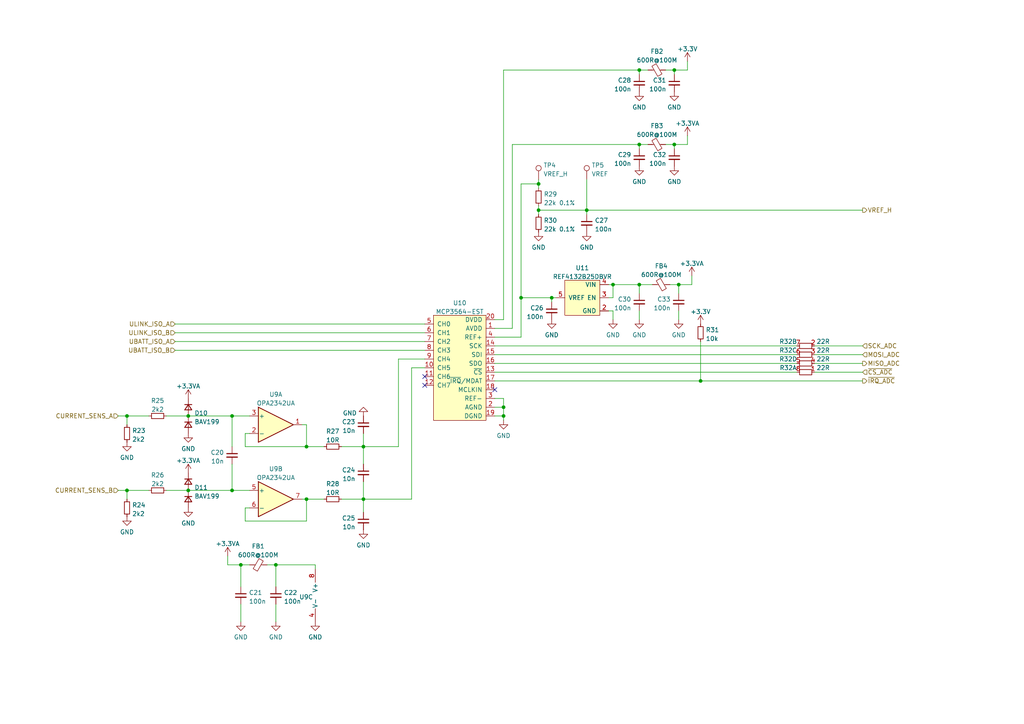
<source format=kicad_sch>
(kicad_sch (version 20211123) (generator eeschema)
  (paper "A4")
  (title_block (title "SPR23e Battery Management Unit (BMU)") (date "2023-03-25") (rev "B") (company "Scuderia Mensa HS RheinMain racing e.V.") (comment 1 "Author: Luca Engelmann") (comment 2 "Car number: 65"))
  (lib_symbols
    (symbol "+3.3VA_1" (power) (pin_names (offset 0))
      (property "Value" "+3.3VA_1" (at 0 3.556 0))
      (symbol "+3.3VA_1_0_1"
        (polyline (pts (xy -0.762 1.27) (xy 0 2.54)))
        (polyline (pts (xy 0 0) (xy 0 2.54)))
        (polyline (pts (xy 0 2.54) (xy 0.762 1.27)))
      )
      (symbol "+3.3VA_1_1_1"
        (pin power_in line (at 0 0 90) (length 0) hide (name "+3.3VA") (number "1"))
      )
    )
    (symbol "+3.3VA_2" (power) (pin_names (offset 0))
      (property "Value" "+3.3VA_2" (at 0 3.556 0))
      (symbol "+3.3VA_2_0_1"
        (polyline (pts (xy -0.762 1.27) (xy 0 2.54)))
        (polyline (pts (xy 0 0) (xy 0 2.54)))
        (polyline (pts (xy 0 2.54) (xy 0.762 1.27)))
      )
      (symbol "+3.3VA_2_1_1"
        (pin power_in line (at 0 0 90) (length 0) hide (name "+3.3VA") (number "1"))
      )
    )
    (symbol "+3.3V_1" (power) (pin_names (offset 0))
      (property "Value" "+3.3V_1" (at 0 3.556 0))
      (symbol "+3.3V_1_0_1"
        (polyline (pts (xy -0.762 1.27) (xy 0 2.54)))
        (polyline (pts (xy 0 0) (xy 0 2.54)))
        (polyline (pts (xy 0 2.54) (xy 0.762 1.27)))
      )
      (symbol "+3.3V_1_1_1"
        (pin power_in line (at 0 0 90) (length 0) hide (name "+3.3V") (number "1"))
      )
    )
    (symbol "Amplifier_Operational:OPA2340" (pin_names (offset 0.127))
      (property "Reference" "U" (at 0 5.08 0))
      (property "Value" "OPA2340" (at 0 -5.08 0))
      (symbol "OPA2340_1_1"
        (polyline (pts (xy -5.08 5.08) (xy 5.08 0) (xy -5.08 -5.08) (xy -5.08 5.08)) (stroke (width 0.254)) (fill (type background)))
        (pin output line (at 7.62 0 180) (length 2.54) (name "~") (number "1"))
        (pin input line (at -7.62 -2.54 0) (length 2.54) (name "-") (number "2"))
        (pin input line (at -7.62 2.54 0) (length 2.54) (name "+") (number "3"))
      )
      (symbol "OPA2340_2_1"
        (polyline (pts (xy -5.08 5.08) (xy 5.08 0) (xy -5.08 -5.08) (xy -5.08 5.08)) (stroke (width 0.254)) (fill (type background)))
        (pin input line (at -7.62 2.54 0) (length 2.54) (name "+") (number "5"))
        (pin input line (at -7.62 -2.54 0) (length 2.54) (name "-") (number "6"))
        (pin output line (at 7.62 0 180) (length 2.54) (name "~") (number "7"))
      )
      (symbol "OPA2340_3_1"
        (pin power_in line (at -2.54 -7.62 90) (length 3.81) (name "V-") (number "4"))
        (pin power_in line (at -2.54 7.62 270) (length 3.81) (name "V+") (number "8"))
      )
    )
    (symbol "Connector:TestPoint" (pin_numbers hide) (pin_names (offset 0.762) hide)
      (property "Reference" "TP" (at 0 6.858 0))
      (property "Value" "TestPoint" (at 0 5.08 0))
      (symbol "TestPoint_0_1"
        (circle (center 0 3.302) (radius 0.762))
      )
      (symbol "TestPoint_1_1"
        (pin passive line (at 0 0 90) (length 2.54) (name "1") (number "1"))
      )
    )
    (symbol "Device:C_Small" (pin_numbers hide) (pin_names (offset 0.254) hide)
      (property "Reference" "C" (at 0.254 1.778 0))
      (property "Value" "C_Small" (at 0.254 -2.032 0))
      (symbol "C_Small_0_1"
        (polyline (pts (xy -1.524 -0.508) (xy 1.524 -0.508)) (stroke (width 0.3302)))
        (polyline (pts (xy -1.524 0.508) (xy 1.524 0.508)) (stroke (width 0.3048)))
      )
      (symbol "C_Small_1_1"
        (pin passive line (at 0 2.54 270) (length 2.032) (name "~") (number "1"))
        (pin passive line (at 0 -2.54 90) (length 2.032) (name "~") (number "2"))
      )
    )
    (symbol "Device:FerriteBead_Small" (pin_numbers hide) (pin_names (offset 0))
      (property "Reference" "FB" (at 1.905 1.27 0))
      (property "Value" "FerriteBead_Small" (at 1.905 -1.27 0))
      (symbol "FerriteBead_Small_0_1"
        (polyline (pts (xy 0 -1.27) (xy 0 -0.7874)))
        (polyline (pts (xy 0 0.889) (xy 0 1.2954)))
        (polyline (pts (xy -1.8288 0.2794) (xy -1.1176 1.4986) (xy 1.8288 -0.2032) (xy 1.1176 -1.4224) (xy -1.8288 0.2794)))
      )
      (symbol "FerriteBead_Small_1_1"
        (pin passive line (at 0 2.54 270) (length 1.27) (name "~") (number "1"))
        (pin passive line (at 0 -2.54 90) (length 1.27) (name "~") (number "2"))
      )
    )
    (symbol "Device:R_Small" (pin_numbers hide) (pin_names (offset 0.254) hide)
      (property "Reference" "R" (at 0.762 0.508 0))
      (property "Value" "R_Small" (at 0.762 -1.016 0))
      (symbol "R_Small_0_1"
        (rectangle (start -0.762 1.778) (end 0.762 -1.778) (stroke (width 0.2032)))
      )
      (symbol "R_Small_1_1"
        (pin passive line (at 0 2.54 270) (length 0.762) (name "~") (number "1"))
        (pin passive line (at 0 -2.54 90) (length 0.762) (name "~") (number "2"))
      )
    )
    (symbol "GND_1" (power) (pin_names (offset 0))
      (property "Value" "GND_1" (at 0 -3.81 0))
      (symbol "GND_1_0_1"
        (polyline (pts (xy 0 0) (xy 0 -1.27) (xy 1.27 -1.27) (xy 0 -2.54) (xy -1.27 -1.27) (xy 0 -1.27)))
      )
      (symbol "GND_1_1_1"
        (pin power_in line (at 0 0 270) (length 0) hide (name "GND") (number "1"))
      )
    )
    (symbol "GND_10" (power) (pin_names (offset 0))
      (property "Value" "GND_10" (at 0 -3.81 0))
      (symbol "GND_10_0_1"
        (polyline (pts (xy 0 0) (xy 0 -1.27) (xy 1.27 -1.27) (xy 0 -2.54) (xy -1.27 -1.27) (xy 0 -1.27)))
      )
      (symbol "GND_10_1_1"
        (pin power_in line (at 0 0 270) (length 0) hide (name "GND") (number "1"))
      )
    )
    (symbol "GND_11" (power) (pin_names (offset 0))
      (property "Value" "GND_11" (at 0 -3.81 0))
      (symbol "GND_11_0_1"
        (polyline (pts (xy 0 0) (xy 0 -1.27) (xy 1.27 -1.27) (xy 0 -2.54) (xy -1.27 -1.27) (xy 0 -1.27)))
      )
      (symbol "GND_11_1_1"
        (pin power_in line (at 0 0 270) (length 0) hide (name "GND") (number "1"))
      )
    )
    (symbol "GND_12" (power) (pin_names (offset 0))
      (property "Value" "GND_12" (at 0 -3.81 0))
      (symbol "GND_12_0_1"
        (polyline (pts (xy 0 0) (xy 0 -1.27) (xy 1.27 -1.27) (xy 0 -2.54) (xy -1.27 -1.27) (xy 0 -1.27)))
      )
      (symbol "GND_12_1_1"
        (pin power_in line (at 0 0 270) (length 0) hide (name "GND") (number "1"))
      )
    )
    (symbol "GND_13" (power) (pin_names (offset 0))
      (property "Value" "GND_13" (at 0 -3.81 0))
      (symbol "GND_13_0_1"
        (polyline (pts (xy 0 0) (xy 0 -1.27) (xy 1.27 -1.27) (xy 0 -2.54) (xy -1.27 -1.27) (xy 0 -1.27)))
      )
      (symbol "GND_13_1_1"
        (pin power_in line (at 0 0 270) (length 0) hide (name "GND") (number "1"))
      )
    )
    (symbol "GND_14" (power) (pin_names (offset 0))
      (property "Value" "GND_14" (at 0 -3.81 0))
      (symbol "GND_14_0_1"
        (polyline (pts (xy 0 0) (xy 0 -1.27) (xy 1.27 -1.27) (xy 0 -2.54) (xy -1.27 -1.27) (xy 0 -1.27)))
      )
      (symbol "GND_14_1_1"
        (pin power_in line (at 0 0 270) (length 0) hide (name "GND") (number "1"))
      )
    )
    (symbol "GND_15" (power) (pin_names (offset 0))
      (property "Value" "GND_15" (at 0 -3.81 0))
      (symbol "GND_15_0_1"
        (polyline (pts (xy 0 0) (xy 0 -1.27) (xy 1.27 -1.27) (xy 0 -2.54) (xy -1.27 -1.27) (xy 0 -1.27)))
      )
      (symbol "GND_15_1_1"
        (pin power_in line (at 0 0 270) (length 0) hide (name "GND") (number "1"))
      )
    )
    (symbol "GND_16" (power) (pin_names (offset 0))
      (property "Value" "GND_16" (at 0 -3.81 0))
      (symbol "GND_16_0_1"
        (polyline (pts (xy 0 0) (xy 0 -1.27) (xy 1.27 -1.27) (xy 0 -2.54) (xy -1.27 -1.27) (xy 0 -1.27)))
      )
      (symbol "GND_16_1_1"
        (pin power_in line (at 0 0 270) (length 0) hide (name "GND") (number "1"))
      )
    )
    (symbol "GND_17" (power) (pin_names (offset 0))
      (property "Value" "GND_17" (at 0 -3.81 0))
      (symbol "GND_17_0_1"
        (polyline (pts (xy 0 0) (xy 0 -1.27) (xy 1.27 -1.27) (xy 0 -2.54) (xy -1.27 -1.27) (xy 0 -1.27)))
      )
      (symbol "GND_17_1_1"
        (pin power_in line (at 0 0 270) (length 0) hide (name "GND") (number "1"))
      )
    )
    (symbol "GND_2" (power) (pin_names (offset 0))
      (property "Value" "GND_2" (at 0 -3.81 0))
      (symbol "GND_2_0_1"
        (polyline (pts (xy 0 0) (xy 0 -1.27) (xy 1.27 -1.27) (xy 0 -2.54) (xy -1.27 -1.27) (xy 0 -1.27)))
      )
      (symbol "GND_2_1_1"
        (pin power_in line (at 0 0 270) (length 0) hide (name "GND") (number "1"))
      )
    )
    (symbol "GND_3" (power) (pin_names (offset 0))
      (property "Value" "GND_3" (at 0 -3.81 0))
      (symbol "GND_3_0_1"
        (polyline (pts (xy 0 0) (xy 0 -1.27) (xy 1.27 -1.27) (xy 0 -2.54) (xy -1.27 -1.27) (xy 0 -1.27)))
      )
      (symbol "GND_3_1_1"
        (pin power_in line (at 0 0 270) (length 0) hide (name "GND") (number "1"))
      )
    )
    (symbol "GND_4" (power) (pin_names (offset 0))
      (property "Value" "GND_4" (at 0 -3.81 0))
      (symbol "GND_4_0_1"
        (polyline (pts (xy 0 0) (xy 0 -1.27) (xy 1.27 -1.27) (xy 0 -2.54) (xy -1.27 -1.27) (xy 0 -1.27)))
      )
      (symbol "GND_4_1_1"
        (pin power_in line (at 0 0 270) (length 0) hide (name "GND") (number "1"))
      )
    )
    (symbol "GND_5" (power) (pin_names (offset 0))
      (property "Value" "GND_5" (at 0 -3.81 0))
      (symbol "GND_5_0_1"
        (polyline (pts (xy 0 0) (xy 0 -1.27) (xy 1.27 -1.27) (xy 0 -2.54) (xy -1.27 -1.27) (xy 0 -1.27)))
      )
      (symbol "GND_5_1_1"
        (pin power_in line (at 0 0 270) (length 0) hide (name "GND") (number "1"))
      )
    )
    (symbol "GND_6" (power) (pin_names (offset 0))
      (property "Value" "GND_6" (at 0 -3.81 0))
      (symbol "GND_6_0_1"
        (polyline (pts (xy 0 0) (xy 0 -1.27) (xy 1.27 -1.27) (xy 0 -2.54) (xy -1.27 -1.27) (xy 0 -1.27)))
      )
      (symbol "GND_6_1_1"
        (pin power_in line (at 0 0 270) (length 0) hide (name "GND") (number "1"))
      )
    )
    (symbol "GND_7" (power) (pin_names (offset 0))
      (property "Value" "GND_7" (at 0 -3.81 0))
      (symbol "GND_7_0_1"
        (polyline (pts (xy 0 0) (xy 0 -1.27) (xy 1.27 -1.27) (xy 0 -2.54) (xy -1.27 -1.27) (xy 0 -1.27)))
      )
      (symbol "GND_7_1_1"
        (pin power_in line (at 0 0 270) (length 0) hide (name "GND") (number "1"))
      )
    )
    (symbol "GND_8" (power) (pin_names (offset 0))
      (property "Value" "GND_8" (at 0 -3.81 0))
      (symbol "GND_8_0_1"
        (polyline (pts (xy 0 0) (xy 0 -1.27) (xy 1.27 -1.27) (xy 0 -2.54) (xy -1.27 -1.27) (xy 0 -1.27)))
      )
      (symbol "GND_8_1_1"
        (pin power_in line (at 0 0 270) (length 0) hide (name "GND") (number "1"))
      )
    )
    (symbol "GND_9" (power) (pin_names (offset 0))
      (property "Value" "GND_9" (at 0 -3.81 0))
      (symbol "GND_9_0_1"
        (polyline (pts (xy 0 0) (xy 0 -1.27) (xy 1.27 -1.27) (xy 0 -2.54) (xy -1.27 -1.27) (xy 0 -1.27)))
      )
      (symbol "GND_9_1_1"
        (pin power_in line (at 0 0 270) (length 0) hide (name "GND") (number "1"))
      )
    )
    (symbol "Scuderia:BAV199" (pin_numbers hide) (pin_names (offset 0.0254) hide)
      (property "Reference" "D" (at 0 2.54 0))
      (property "Value" "BAV199" (at 0 5.08 0))
      (symbol "BAV199_0_1"
        (polyline (pts (xy -1.778 0) (xy -3.302 0)))
        (polyline (pts (xy -1.778 1.016) (xy -1.778 -1.016)) (stroke (width 0.254)))
        (polyline (pts (xy 0 0) (xy -2.54 0)) (stroke (width 0.1524)))
        (polyline (pts (xy 0 0) (xy 2.54 0)) (stroke (width 0.1524)))
        (polyline (pts (xy 3.302 0) (xy 1.778 0)))
        (polyline (pts (xy 3.302 1.016) (xy 3.302 -1.016)) (stroke (width 0.254)))
        (polyline (pts (xy -3.302 1.016) (xy -1.778 0) (xy -3.302 -1.016) (xy -3.302 1.016)) (stroke (width 0.254)))
        (polyline (pts (xy 1.778 1.016) (xy 3.302 0) (xy 1.778 -1.016) (xy 1.778 1.016)) (stroke (width 0.254)))
      )
      (symbol "BAV199_1_1"
        (pin passive line (at -5.08 0 0) (length 1.778) (name "A") (number "1"))
        (pin passive line (at 5.08 0 180) (length 1.778) (name "K") (number "2"))
        (pin passive line (at 0 0 180) (length 0) (name "K") (number "3"))
      )
    )
    (symbol "Scuderia:MCP3564-EST" (pin_names (offset 1.016))
      (property "Reference" "U" (at 0 19.05 0))
      (property "Value" "MCP3564-EST" (at 0 16.51 0))
      (symbol "MCP3564-EST_1_1"
        (rectangle (start -7.62 15.24) (end 7.62 -15.24) (fill (type background)))
        (pin power_in line (at -10.16 11.43 0) (length 2.54) (name "AVDD") (number "1"))
        (pin input line (at 10.16 0 180) (length 2.54) (name "CH5") (number "10"))
        (pin input line (at 10.16 -2.54 180) (length 2.54) (name "CH6") (number "11"))
        (pin input line (at 10.16 -5.08 180) (length 2.54) (name "CH7") (number "12"))
        (pin input line (at -10.16 -1.27 0) (length 2.54) (name "~{CS}") (number "13"))
        (pin input line (at -10.16 6.35 0) (length 2.54) (name "SCK") (number "14"))
        (pin input line (at -10.16 3.81 0) (length 2.54) (name "SDI") (number "15"))
        (pin output line (at -10.16 1.27 0) (length 2.54) (name "SDO") (number "16"))
        (pin output line (at -10.16 -3.81 0) (length 2.54) (name "~{IRQ}/MDAT") (number "17"))
        (pin input line (at -10.16 -6.35 0) (length 2.54) (name "MCLKIN") (number "18"))
        (pin power_in line (at -10.16 -13.97 0) (length 2.54) (name "DGND") (number "19"))
        (pin power_in line (at -10.16 -11.43 0) (length 2.54) (name "AGND") (number "2"))
        (pin power_in line (at -10.16 13.97 0) (length 2.54) (name "DVDD") (number "20"))
        (pin power_in line (at -10.16 -8.89 0) (length 2.54) (name "REF-") (number "3"))
        (pin power_in line (at -10.16 8.89 0) (length 2.54) (name "REF+") (number "4"))
        (pin input line (at 10.16 12.7 180) (length 2.54) (name "CH0") (number "5"))
        (pin input line (at 10.16 10.16 180) (length 2.54) (name "CH1") (number "6"))
        (pin input line (at 10.16 7.62 180) (length 2.54) (name "CH2") (number "7"))
        (pin input line (at 10.16 5.08 180) (length 2.54) (name "CH3") (number "8"))
        (pin input line (at 10.16 2.54 180) (length 2.54) (name "CH4") (number "9"))
      )
    )
    (symbol "Scuderia:REF4132" (pin_names (offset 1.016))
      (property "Reference" "U" (at 0 8.89 0))
      (property "Value" "REF4132" (at 0 6.35 0))
      (symbol "REF4132_0_1"
        (rectangle (start -5.08 5.08) (end 5.08 -5.08) (fill (type background)))
      )
      (symbol "REF4132_1_1"
        (pin input line (at -7.62 -3.81 0) (length 2.54) (name "GND") (number "2"))
        (pin input line (at -7.62 0 0) (length 2.54) (name "EN") (number "3"))
        (pin input line (at -7.62 3.81 0) (length 2.54) (name "VIN") (number "4"))
        (pin output line (at 7.62 0 180) (length 2.54) (name "VREF") (number "5"))
      )
    )
    (symbol "Scuderia:R_Network_SMD"
      (property "Reference" "R" (at 2.54 1.27 0))
      (property "Value" "R_Network_SMD" (at 8.89 -1.27 0))
      (symbol "R_Network_SMD_0_1"
        (rectangle (start -0.762 1.778) (end 0.762 -1.778) (stroke (width 0.2032)))
      )
      (symbol "R_Network_SMD_1_1"
        (pin passive line (at 0 2.54 270) (length 0.762) (name "~") (number "1"))
        (pin passive line (at 0 -2.54 90) (length 0.762) (name "~") (number "8"))
      )
      (symbol "R_Network_SMD_2_1"
        (pin passive line (at 0 2.54 270) (length 0.762) (name "~") (number "2"))
        (pin passive line (at 0 -2.54 90) (length 0.762) (name "~") (number "7"))
      )
      (symbol "R_Network_SMD_3_1"
        (pin passive line (at 0 2.54 270) (length 0.762) (name "~") (number "3"))
        (pin passive line (at 0 -2.54 90) (length 0.762) (name "~") (number "6"))
      )
      (symbol "R_Network_SMD_4_1"
        (pin passive line (at 0 2.54 270) (length 0.762) (name "~") (number "4"))
        (pin passive line (at 0 -2.54 90) (length 0.762) (name "~") (number "5"))
      )
    )
    (symbol "power:+3.3V" (power) (pin_names (offset 0))
      (property "Value" "+3.3V" (at 0 3.556 0))
      (symbol "+3.3V_0_1"
        (polyline (pts (xy -0.762 1.27) (xy 0 2.54)))
        (polyline (pts (xy 0 0) (xy 0 2.54)))
        (polyline (pts (xy 0 2.54) (xy 0.762 1.27)))
      )
      (symbol "+3.3V_1_1"
        (pin power_in line (at 0 0 90) (length 0) hide (name "+3.3V") (number "1"))
      )
    )
    (symbol "power:+3.3VA" (power) (pin_names (offset 0))
      (property "Value" "+3.3VA" (at 0 3.556 0))
      (symbol "+3.3VA_0_1"
        (polyline (pts (xy -0.762 1.27) (xy 0 2.54)))
        (polyline (pts (xy 0 0) (xy 0 2.54)))
        (polyline (pts (xy 0 2.54) (xy 0.762 1.27)))
      )
      (symbol "+3.3VA_1_1"
        (pin power_in line (at 0 0 90) (length 0) hide (name "+3.3VA") (number "1"))
      )
    )
    (symbol "power:GND" (power) (pin_names (offset 0))
      (property "Value" "GND" (at 0 -3.81 0))
      (symbol "GND_0_1"
        (polyline (pts (xy 0 0) (xy 0 -1.27) (xy 1.27 -1.27) (xy 0 -2.54) (xy -1.27 -1.27) (xy 0 -1.27)))
      )
      (symbol "GND_1_1"
        (pin power_in line (at 0 0 270) (length 0) hide (name "GND") (number "1"))
      )
    )
  )
  (junction (at 195.58 20.32))
  (junction (at 177.8 82.55))
  (junction (at 185.42 41.91))
  (junction (at 88.9 144.78))
  (junction (at 160.02 86.36))
  (junction (at 105.41 144.78))
  (junction (at 185.42 82.55))
  (junction (at 69.85 163.83))
  (junction (at 36.83 142.24))
  (junction (at 67.31 120.65))
  (junction (at 54.61 120.65))
  (junction (at 88.9 129.54))
  (junction (at 54.61 142.24))
  (junction (at 185.42 20.32))
  (junction (at 196.85 82.55))
  (junction (at 80.01 163.83))
  (junction (at 146.05 118.11))
  (junction (at 156.21 53.34))
  (junction (at 203.2 110.49))
  (junction (at 105.41 129.54))
  (junction (at 151.13 86.36))
  (junction (at 195.58 41.91))
  (junction (at 146.05 120.65))
  (junction (at 36.83 120.65))
  (junction (at 170.18 60.96))
  (junction (at 67.31 142.24))
  (junction (at 156.21 60.96))
  (no_connect (at 123.19 111.76))
  (no_connect (at 143.51 113.03))
  (no_connect (at 123.19 109.22))
  (wire (pts (xy 48.26 120.65) (xy 54.61 120.65)))
  (wire (pts (xy 105.41 139.7) (xy 105.41 144.78)))
  (wire (pts (xy 119.38 106.68) (xy 119.38 144.78)))
  (wire (pts (xy 156.21 60.96) (xy 170.18 60.96)))
  (wire (pts (xy 148.59 95.25) (xy 148.59 41.91)))
  (wire (pts (xy 170.18 60.96) (xy 250.19 60.96)))
  (wire (pts (xy 123.19 106.68) (xy 119.38 106.68)))
  (wire (pts (xy 72.39 163.83) (xy 69.85 163.83)))
  (wire (pts (xy 203.2 110.49) (xy 203.2 99.06)))
  (wire (pts (xy 105.41 129.54) (xy 99.06 129.54)))
  (wire (pts (xy 66.04 163.83) (xy 69.85 163.83)))
  (wire (pts (xy 146.05 92.71) (xy 146.05 20.32)))
  (wire (pts (xy 93.98 144.78) (xy 88.9 144.78)))
  (wire (pts (xy 236.22 102.87) (xy 250.19 102.87)))
  (wire (pts (xy 185.42 82.55) (xy 185.42 85.09)))
  (wire (pts (xy 156.21 52.07) (xy 156.21 53.34)))
  (wire (pts (xy 115.57 104.14) (xy 115.57 129.54)))
  (wire (pts (xy 156.21 53.34) (xy 151.13 53.34)))
  (wire (pts (xy 71.12 147.32) (xy 71.12 151.13)))
  (wire (pts (xy 67.31 120.65) (xy 72.39 120.65)))
  (wire (pts (xy 36.83 120.65) (xy 36.83 123.19)))
  (wire (pts (xy 71.12 129.54) (xy 88.9 129.54)))
  (wire (pts (xy 177.8 82.55) (xy 177.8 86.36)))
  (wire (pts (xy 143.51 115.57) (xy 146.05 115.57)))
  (wire (pts (xy 199.39 20.32) (xy 195.58 20.32)))
  (wire (pts (xy 72.39 125.73) (xy 71.12 125.73)))
  (wire (pts (xy 72.39 147.32) (xy 71.12 147.32)))
  (wire (pts (xy 200.66 82.55) (xy 196.85 82.55)))
  (wire (pts (xy 151.13 86.36) (xy 160.02 86.36)))
  (wire (pts (xy 88.9 129.54) (xy 88.9 123.19)))
  (wire (pts (xy 143.51 105.41) (xy 231.14 105.41)))
  (wire (pts (xy 80.01 163.83) (xy 91.44 163.83)))
  (wire (pts (xy 146.05 20.32) (xy 185.42 20.32)))
  (wire (pts (xy 177.8 90.17) (xy 177.8 92.71)))
  (wire (pts (xy 50.8 101.6) (xy 123.19 101.6)))
  (wire (pts (xy 143.51 120.65) (xy 146.05 120.65)))
  (wire (pts (xy 151.13 86.36) (xy 151.13 97.79)))
  (wire (pts (xy 170.18 52.07) (xy 170.18 60.96)))
  (wire (pts (xy 69.85 163.83) (xy 69.85 170.18)))
  (wire (pts (xy 143.51 118.11) (xy 146.05 118.11)))
  (wire (pts (xy 250.19 110.49) (xy 203.2 110.49)))
  (wire (pts (xy 170.18 62.23) (xy 170.18 60.96)))
  (wire (pts (xy 88.9 144.78) (xy 87.63 144.78)))
  (wire (pts (xy 151.13 53.34) (xy 151.13 86.36)))
  (wire (pts (xy 194.31 82.55) (xy 196.85 82.55)))
  (wire (pts (xy 34.29 120.65) (xy 36.83 120.65)))
  (wire (pts (xy 185.42 82.55) (xy 189.23 82.55)))
  (wire (pts (xy 36.83 142.24) (xy 43.18 142.24)))
  (wire (pts (xy 66.04 161.29) (xy 66.04 163.83)))
  (wire (pts (xy 193.04 41.91) (xy 195.58 41.91)))
  (wire (pts (xy 143.51 100.33) (xy 231.14 100.33)))
  (wire (pts (xy 160.02 86.36) (xy 161.29 86.36)))
  (wire (pts (xy 195.58 41.91) (xy 195.58 43.18)))
  (wire (pts (xy 176.53 90.17) (xy 177.8 90.17)))
  (wire (pts (xy 200.66 80.01) (xy 200.66 82.55)))
  (wire (pts (xy 67.31 142.24) (xy 72.39 142.24)))
  (wire (pts (xy 236.22 100.33) (xy 250.19 100.33)))
  (wire (pts (xy 187.96 41.91) (xy 185.42 41.91)))
  (wire (pts (xy 176.53 86.36) (xy 177.8 86.36)))
  (wire (pts (xy 71.12 125.73) (xy 71.12 129.54)))
  (wire (pts (xy 146.05 120.65) (xy 146.05 121.92)))
  (wire (pts (xy 143.51 110.49) (xy 203.2 110.49)))
  (wire (pts (xy 236.22 105.41) (xy 250.19 105.41)))
  (wire (pts (xy 88.9 151.13) (xy 88.9 144.78)))
  (wire (pts (xy 67.31 120.65) (xy 67.31 129.54)))
  (wire (pts (xy 156.21 60.96) (xy 156.21 62.23)))
  (wire (pts (xy 146.05 118.11) (xy 146.05 115.57)))
  (wire (pts (xy 71.12 151.13) (xy 88.9 151.13)))
  (wire (pts (xy 105.41 144.78) (xy 105.41 148.59)))
  (wire (pts (xy 236.22 107.95) (xy 250.19 107.95)))
  (wire (pts (xy 156.21 54.61) (xy 156.21 53.34)))
  (wire (pts (xy 105.41 129.54) (xy 115.57 129.54)))
  (wire (pts (xy 50.8 99.06) (xy 123.19 99.06)))
  (wire (pts (xy 69.85 180.34) (xy 69.85 175.26)))
  (wire (pts (xy 199.39 17.78) (xy 199.39 20.32)))
  (wire (pts (xy 34.29 142.24) (xy 36.83 142.24)))
  (wire (pts (xy 123.19 104.14) (xy 115.57 104.14)))
  (wire (pts (xy 105.41 144.78) (xy 119.38 144.78)))
  (wire (pts (xy 187.96 20.32) (xy 185.42 20.32)))
  (wire (pts (xy 54.61 142.24) (xy 67.31 142.24)))
  (wire (pts (xy 50.8 96.52) (xy 123.19 96.52)))
  (wire (pts (xy 91.44 165.1) (xy 91.44 163.83)))
  (wire (pts (xy 160.02 87.63) (xy 160.02 86.36)))
  (wire (pts (xy 54.61 142.24) (xy 48.26 142.24)))
  (wire (pts (xy 77.47 163.83) (xy 80.01 163.83)))
  (wire (pts (xy 185.42 92.71) (xy 185.42 90.17)))
  (wire (pts (xy 80.01 163.83) (xy 80.01 170.18)))
  (wire (pts (xy 143.51 102.87) (xy 231.14 102.87)))
  (wire (pts (xy 143.51 107.95) (xy 231.14 107.95)))
  (wire (pts (xy 177.8 82.55) (xy 176.53 82.55)))
  (wire (pts (xy 88.9 129.54) (xy 93.98 129.54)))
  (wire (pts (xy 88.9 123.19) (xy 87.63 123.19)))
  (wire (pts (xy 156.21 59.69) (xy 156.21 60.96)))
  (wire (pts (xy 196.85 82.55) (xy 196.85 85.09)))
  (wire (pts (xy 185.42 20.32) (xy 185.42 21.59)))
  (wire (pts (xy 80.01 180.34) (xy 80.01 175.26)))
  (wire (pts (xy 105.41 129.54) (xy 105.41 134.62)))
  (wire (pts (xy 185.42 41.91) (xy 185.42 43.18)))
  (wire (pts (xy 148.59 41.91) (xy 185.42 41.91)))
  (wire (pts (xy 143.51 92.71) (xy 146.05 92.71)))
  (wire (pts (xy 143.51 95.25) (xy 148.59 95.25)))
  (wire (pts (xy 146.05 118.11) (xy 146.05 120.65)))
  (wire (pts (xy 193.04 20.32) (xy 195.58 20.32)))
  (wire (pts (xy 50.8 93.98) (xy 123.19 93.98)))
  (wire (pts (xy 36.83 142.24) (xy 36.83 144.78)))
  (wire (pts (xy 185.42 82.55) (xy 177.8 82.55)))
  (wire (pts (xy 196.85 92.71) (xy 196.85 90.17)))
  (wire (pts (xy 105.41 144.78) (xy 99.06 144.78)))
  (wire (pts (xy 54.61 120.65) (xy 67.31 120.65)))
  (wire (pts (xy 143.51 97.79) (xy 151.13 97.79)))
  (wire (pts (xy 105.41 125.73) (xy 105.41 129.54)))
  (wire (pts (xy 195.58 20.32) (xy 195.58 21.59)))
  (wire (pts (xy 67.31 142.24) (xy 67.31 134.62)))
  (wire (pts (xy 199.39 39.37) (xy 199.39 41.91)))
  (wire (pts (xy 199.39 41.91) (xy 195.58 41.91)))
  (wire (pts (xy 36.83 120.65) (xy 43.18 120.65)))
  (hierarchical_label "VREF_H" (shape output) (at 250.19 60.96 0))
  (hierarchical_label "CURRENT_SENS_A" (shape input) (at 34.29 120.65 180))
  (hierarchical_label "CURRENT_SENS_B" (shape input) (at 34.29 142.24 180))
  (hierarchical_label "~{IRQ_ADC}" (shape output) (at 250.19 110.49 0))
  (hierarchical_label "ULINK_ISO_B" (shape input) (at 50.8 96.52 180))
  (hierarchical_label "~{CS_ADC}" (shape input) (at 250.19 107.95 0))
  (hierarchical_label "ULINK_ISO_A" (shape input) (at 50.8 93.98 180))
  (hierarchical_label "MISO_ADC" (shape output) (at 250.19 105.41 0))
  (hierarchical_label "SCK_ADC" (shape input) (at 250.19 100.33 0))
  (hierarchical_label "UBATT_ISO_A" (shape input) (at 50.8 99.06 180))
  (hierarchical_label "UBATT_ISO_B" (shape input) (at 50.8 101.6 180))
  (hierarchical_label "MOSI_ADC" (shape input) (at 250.19 102.87 0))
  (symbol (lib_id "Device:R_Small") (at 96.52 144.78 90) (mirror x) (unit 1)
    (property "Reference" "R28" (at 96.52 140.3436 90))
    (property "Value" "10R" (at 96.52 142.8805 90))
    (property "Footprint" "Resistor_SMD:R_0603_1608Metric" (effects hide))
  )
  (symbol (lib_name "GND_16") (lib_id "power:GND") (at 69.85 180.34 0) (unit 1)
    (property "Reference" "#PWR064" (effects hide))
    (property "Value" "GND" (at 69.85 184.7834 0))
  )
  (symbol (lib_id "Device:R_Small") (at 36.83 147.32 0) (mirror y) (unit 1)
    (property "Reference" "R24" (at 38.3286 146.4853 0) (effects (justify right)))
    (property "Value" "2k2" (at 38.3286 149.0222 0) (effects (justify right)))
    (property "Footprint" "Resistor_SMD:R_0603_1608Metric" (effects hide))
  )
  (symbol (lib_id "Device:C_Small") (at 195.58 24.13 0) (mirror y) (unit 1)
    (property "Reference" "C31" (at 193.2559 23.3016 0) (effects (justify left)))
    (property "Value" "100n" (at 193.2559 25.8385 0) (effects (justify left)))
    (property "Footprint" "Capacitor_SMD:C_0603_1608Metric" (effects hide))
  )
  (symbol (lib_id "Scuderia:R_Network_SMD") (at 233.68 107.95 270) (unit 1)
    (property "Reference" "R32" (at 228.6 106.68 90))
    (property "Value" "22R" (at 238.76 106.68 90))
    (property "Footprint" "Resistor_SMD:R_Array_Convex_4x0603" (effects hide))
  )
  (symbol (lib_id "Device:R_Small") (at 156.21 57.15 0) (mirror y) (unit 1)
    (property "Reference" "R29" (at 157.7086 56.3153 0) (effects (justify right)))
    (property "Value" "22k 0.1%" (at 157.7086 58.8522 0) (effects (justify right)))
    (property "Footprint" "Resistor_SMD:R_0603_1608Metric" (effects hide))
  )
  (symbol (lib_name "GND_3") (lib_id "power:GND") (at 156.21 67.31 0) (mirror y) (unit 1)
    (property "Reference" "#PWR070" (effects hide))
    (property "Value" "GND" (at 156.21 71.7534 0))
  )
  (symbol (lib_id "Device:C_Small") (at 185.42 24.13 0) (mirror y) (unit 1)
    (property "Reference" "C28" (at 183.0959 23.3016 0) (effects (justify left)))
    (property "Value" "100n" (at 183.0959 25.8385 0) (effects (justify left)))
    (property "Footprint" "Capacitor_SMD:C_0603_1608Metric" (effects hide))
  )
  (symbol (lib_id "Device:R_Small") (at 156.21 64.77 0) (mirror y) (unit 1)
    (property "Reference" "R30" (at 157.7086 63.9353 0) (effects (justify right)))
    (property "Value" "22k 0.1%" (at 157.7086 66.4722 0) (effects (justify right)))
    (property "Footprint" "Resistor_SMD:R_0603_1608Metric" (effects hide))
  )
  (symbol (lib_name "GND_8") (lib_id "power:GND") (at 177.8 92.71 0) (mirror y) (unit 1)
    (property "Reference" "#PWR073" (effects hide))
    (property "Value" "GND" (at 177.8 97.1534 0))
  )
  (symbol (lib_id "Device:C_Small") (at 67.31 132.08 0) (mirror y) (unit 1)
    (property "Reference" "C20" (at 64.9859 131.2516 0) (effects (justify left)))
    (property "Value" "10n" (at 64.9859 133.7885 0) (effects (justify left)))
    (property "Footprint" "Capacitor_SMD:C_0603_1608Metric" (effects hide))
  )
  (symbol (lib_name "+3.3VA_2") (lib_id "power:+3.3VA") (at 199.39 39.37 0) (mirror y) (unit 1)
    (property "Reference" "#PWR081" (effects hide))
    (property "Value" "+3.3VA" (at 199.39 35.7942 0))
  )
  (symbol (lib_name "GND_14") (lib_id "power:GND") (at 105.41 153.67 0) (mirror y) (unit 1)
    (property "Reference" "#PWR068" (effects hide))
    (property "Value" "GND" (at 105.41 158.1134 0))
  )
  (symbol (lib_id "power:+3.3VA") (at 66.04 161.29 0) (unit 1)
    (property "Reference" "#PWR063" (effects hide))
    (property "Value" "+3.3VA" (at 66.04 157.7142 0))
  )
  (symbol (lib_name "GND_7") (lib_id "power:GND") (at 160.02 92.71 0) (mirror y) (unit 1)
    (property "Reference" "#PWR071" (effects hide))
    (property "Value" "GND" (at 160.02 97.1534 0))
  )
  (symbol (lib_name "+3.3VA_1") (lib_id "power:+3.3VA") (at 54.61 137.16 0) (mirror y) (unit 1)
    (property "Reference" "#PWR061" (effects hide))
    (property "Value" "+3.3VA" (at 54.61 133.5842 0))
  )
  (symbol (lib_name "GND_1") (lib_id "power:GND") (at 185.42 48.26 0) (mirror y) (unit 1)
    (property "Reference" "#PWR075" (effects hide))
    (property "Value" "GND" (at 185.42 52.7034 0))
  )
  (symbol (lib_id "Scuderia:MCP3564-EST") (at 133.35 106.68 0) (mirror y) (unit 1)
    (property "Reference" "U10" (at 133.35 87.8672 0))
    (property "Value" "MCP3564-EST" (at 133.35 90.4041 0))
    (property "Footprint" "Package_SO:TSSOP-20_4.4x6.5mm_P0.65mm" (effects hide))
  )
  (symbol (lib_name "+3.3VA_1") (lib_id "power:+3.3VA") (at 54.61 115.57 0) (mirror y) (unit 1)
    (property "Reference" "#PWR059" (effects hide))
    (property "Value" "+3.3VA" (at 54.61 111.9942 0))
  )
  (symbol (lib_id "Device:C_Small") (at 160.02 90.17 0) (mirror y) (unit 1)
    (property "Reference" "C26" (at 157.6959 89.3416 0) (effects (justify left)))
    (property "Value" "100n" (at 157.6959 91.8785 0) (effects (justify left)))
    (property "Footprint" "Capacitor_SMD:C_0603_1608Metric" (effects hide))
  )
  (symbol (lib_id "Device:R_Small") (at 45.72 120.65 90) (mirror x) (unit 1)
    (property "Reference" "R25" (at 45.72 116.2136 90))
    (property "Value" "2k2" (at 45.72 118.7505 90))
    (property "Footprint" "Resistor_SMD:R_0603_1608Metric" (effects hide))
  )
  (symbol (lib_id "Scuderia:BAV199") (at 54.61 142.24 90) (unit 1)
    (property "Reference" "D11" (at 56.388 141.4053 90) (effects (justify right)))
    (property "Value" "BAV199" (at 56.388 143.9422 90) (effects (justify right)))
    (property "Footprint" "Scuderia:SOT-23" (effects hide))
  )
  (symbol (lib_id "Device:C_Small") (at 105.41 137.16 0) (mirror y) (unit 1)
    (property "Reference" "C24" (at 103.0859 136.3316 0) (effects (justify left)))
    (property "Value" "10n" (at 103.0859 138.8685 0) (effects (justify left)))
    (property "Footprint" "Capacitor_SMD:C_0603_1608Metric" (effects hide))
  )
  (symbol (lib_id "Scuderia:R_Network_SMD") (at 233.68 100.33 270) (unit 2)
    (property "Reference" "R32" (at 228.6 99.06 90))
    (property "Value" "22R" (at 238.76 99.06 90))
    (property "Footprint" "Resistor_SMD:R_Array_Convex_4x0603" (effects hide))
  )
  (symbol (lib_id "Connector:TestPoint") (at 156.21 52.07 0) (unit 1)
    (property "Reference" "TP4" (at 157.607 47.9333 0) (effects (justify left)))
    (property "Value" "VREF_H" (at 157.607 50.4702 0) (effects (justify left)))
    (property "Footprint" "TestPoint:TestPoint_Pad_D1.5mm" (effects hide))
  )
  (symbol (lib_id "Scuderia:R_Network_SMD") (at 233.68 105.41 270) (unit 4)
    (property "Reference" "R32" (at 228.6 104.14 90))
    (property "Value" "22R" (at 238.76 104.14 90))
    (property "Footprint" "Resistor_SMD:R_Array_Convex_4x0603" (effects hide))
  )
  (symbol (lib_id "Device:R_Small") (at 96.52 129.54 90) (mirror x) (unit 1)
    (property "Reference" "R27" (at 96.52 125.1036 90))
    (property "Value" "10R" (at 96.52 127.6405 90))
    (property "Footprint" "Resistor_SMD:R_0603_1608Metric" (effects hide))
  )
  (symbol (lib_id "Device:C_Small") (at 105.41 151.13 0) (mirror y) (unit 1)
    (property "Reference" "C25" (at 103.0859 150.3016 0) (effects (justify left)))
    (property "Value" "10n" (at 103.0859 152.8385 0) (effects (justify left)))
    (property "Footprint" "Capacitor_SMD:C_0603_1608Metric" (effects hide))
  )
  (symbol (lib_name "GND_15") (lib_id "power:GND") (at 146.05 121.92 0) (mirror y) (unit 1)
    (property "Reference" "#PWR069" (effects hide))
    (property "Value" "GND" (at 146.05 126.3634 0))
  )
  (symbol (lib_name "GND_10") (lib_id "power:GND") (at 196.85 92.71 0) (mirror y) (unit 1)
    (property "Reference" "#PWR079" (effects hide))
    (property "Value" "GND" (at 196.85 97.1534 0))
  )
  (symbol (lib_name "GND_13") (lib_id "power:GND") (at 185.42 26.67 0) (mirror y) (unit 1)
    (property "Reference" "#PWR074" (effects hide))
    (property "Value" "GND" (at 185.42 31.1134 0))
  )
  (symbol (lib_name "GND_12") (lib_id "power:GND") (at 195.58 26.67 0) (mirror y) (unit 1)
    (property "Reference" "#PWR077" (effects hide))
    (property "Value" "GND" (at 195.58 31.1134 0))
  )
  (symbol (lib_id "Device:FerriteBead_Small") (at 190.5 41.91 270) (mirror x) (unit 1)
    (property "Reference" "FB3" (at 190.5381 36.5084 90))
    (property "Value" "600R@100M" (at 190.5381 39.0453 90))
    (property "Footprint" "Inductor_SMD:L_0603_1608Metric" (effects hide))
  )
  (symbol (lib_id "Amplifier_Operational:OPA2340") (at 80.01 123.19 0) (unit 1)
    (property "Reference" "U9" (at 80.01 114.4102 0))
    (property "Value" "OPA2342UA" (at 80.01 116.9471 0))
    (property "Footprint" "Package_SO:SOIC-8_3.9x4.9mm_P1.27mm" (effects hide))
    (property "Datasheet" "http://www.ti.com/lit/ds/symlink/opa4340.pdf" (effects hide))
  )
  (symbol (lib_id "Device:C_Small") (at 170.18 64.77 0) (mirror y) (unit 1)
    (property "Reference" "C27" (at 172.5041 63.9416 0) (effects (justify right)))
    (property "Value" "100n" (at 172.5041 66.4785 0) (effects (justify right)))
    (property "Footprint" "Capacitor_SMD:C_0603_1608Metric" (effects hide))
  )
  (symbol (lib_name "GND_17") (lib_id "power:GND") (at 91.44 180.34 0) (unit 1)
    (property "Reference" "#PWR066" (effects hide))
    (property "Value" "GND" (at 91.44 184.7834 0))
  )
  (symbol (lib_name "GND_4") (lib_id "power:GND") (at 36.83 149.86 0) (mirror y) (unit 1)
    (property "Reference" "#PWR058" (effects hide))
    (property "Value" "GND" (at 36.83 154.3034 0))
  )
  (symbol (lib_id "Device:FerriteBead_Small") (at 190.5 20.32 270) (mirror x) (unit 1)
    (property "Reference" "FB2" (at 190.5381 14.9184 90))
    (property "Value" "600R@100M" (at 190.5381 17.4553 90))
    (property "Footprint" "Inductor_SMD:L_0603_1608Metric" (effects hide))
  )
  (symbol (lib_id "Device:R_Small") (at 203.2 96.52 0) (mirror y) (unit 1)
    (property "Reference" "R31" (at 204.6986 95.6853 0) (effects (justify right)))
    (property "Value" "10k" (at 204.6986 98.2222 0) (effects (justify right)))
    (property "Footprint" "Resistor_SMD:R_0603_1608Metric" (effects hide))
  )
  (symbol (lib_name "GND_11") (lib_id "power:GND") (at 105.41 120.65 0) (mirror x) (unit 1)
    (property "Reference" "#PWR067" (effects hide))
    (property "Value" "GND" (at 103.5051 119.8138 0) (effects (justify right)))
  )
  (symbol (lib_name "GND_5") (lib_id "power:GND") (at 54.61 125.73 0) (mirror y) (unit 1)
    (property "Reference" "#PWR060" (effects hide))
    (property "Value" "GND" (at 54.61 130.1734 0))
  )
  (symbol (lib_id "Amplifier_Operational:OPA2340") (at 88.9 172.72 0) (mirror y) (unit 3)
    (property "Reference" "U9" (at 90.805 173.1538 0) (effects (justify left)))
    (property "Value" "OPA2342UA" (effects hide))
    (property "Footprint" "Package_SO:SOIC-8_3.9x4.9mm_P1.27mm" (effects hide))
    (property "Datasheet" "http://www.ti.com/lit/ds/symlink/opa4340.pdf" (effects hide))
  )
  (symbol (lib_name "+3.3V_1") (lib_id "power:+3.3V") (at 203.2 93.98 0) (mirror y) (unit 1)
    (property "Reference" "#PWR083" (effects hide))
    (property "Value" "+3.3V" (at 203.2 90.4042 0))
  )
  (symbol (lib_id "Device:FerriteBead_Small") (at 74.93 163.83 90) (unit 1)
    (property "Reference" "FB1" (at 74.8919 158.4284 90))
    (property "Value" "600R@100M" (at 74.8919 160.9653 90))
    (property "Footprint" "Inductor_SMD:L_0603_1608Metric" (effects hide))
  )
  (symbol (lib_id "Device:R_Small") (at 45.72 142.24 90) (mirror x) (unit 1)
    (property "Reference" "R26" (at 45.72 137.8036 90))
    (property "Value" "2k2" (at 45.72 140.3405 90))
    (property "Footprint" "Resistor_SMD:R_0603_1608Metric" (effects hide))
  )
  (symbol (lib_id "Connector:TestPoint") (at 170.18 52.07 0) (unit 1)
    (property "Reference" "TP5" (at 171.577 47.9333 0) (effects (justify left)))
    (property "Value" "VREF" (at 171.577 50.4702 0) (effects (justify left)))
    (property "Footprint" "TestPoint:TestPoint_Pad_D1.5mm" (effects hide))
  )
  (symbol (lib_id "Device:C_Small") (at 196.85 87.63 0) (mirror y) (unit 1)
    (property "Reference" "C33" (at 194.5259 86.8016 0) (effects (justify left)))
    (property "Value" "100n" (at 194.5259 89.3385 0) (effects (justify left)))
    (property "Footprint" "Capacitor_SMD:C_0603_1608Metric" (effects hide))
  )
  (symbol (lib_id "Device:C_Small") (at 195.58 45.72 0) (mirror y) (unit 1)
    (property "Reference" "C32" (at 193.2559 44.8916 0) (effects (justify left)))
    (property "Value" "100n" (at 193.2559 47.4285 0) (effects (justify left)))
    (property "Footprint" "Capacitor_SMD:C_0603_1608Metric" (effects hide))
  )
  (symbol (lib_name "GND_5") (lib_id "power:GND") (at 54.61 147.32 0) (mirror y) (unit 1)
    (property "Reference" "#PWR062" (effects hide))
    (property "Value" "GND" (at 54.61 151.7634 0))
  )
  (symbol (lib_id "Scuderia:REF4132") (at 168.91 86.36 0) (mirror y) (unit 1)
    (property "Reference" "U11" (at 168.91 77.7072 0))
    (property "Value" "REF4132B25DBVR" (at 168.91 80.2441 0))
    (property "Footprint" "Package_TO_SOT_SMD:SOT-23-5" (effects hide))
  )
  (symbol (lib_name "GND_6") (lib_id "power:GND") (at 195.58 48.26 0) (mirror y) (unit 1)
    (property "Reference" "#PWR078" (effects hide))
    (property "Value" "GND" (at 195.58 52.7034 0))
  )
  (symbol (lib_id "Device:C_Small") (at 185.42 87.63 0) (mirror y) (unit 1)
    (property "Reference" "C30" (at 183.0959 86.8016 0) (effects (justify left)))
    (property "Value" "100n" (at 183.0959 89.3385 0) (effects (justify left)))
    (property "Footprint" "Capacitor_SMD:C_0603_1608Metric" (effects hide))
  )
  (symbol (lib_id "Device:C_Small") (at 69.85 172.72 0) (unit 1)
    (property "Reference" "C21" (at 72.1741 171.8916 0) (effects (justify left)))
    (property "Value" "100n" (at 72.1741 174.4285 0) (effects (justify left)))
    (property "Footprint" "Capacitor_SMD:C_0603_1608Metric" (effects hide))
  )
  (symbol (lib_id "Scuderia:R_Network_SMD") (at 233.68 102.87 270) (unit 3)
    (property "Reference" "R32" (at 228.6 101.6 90))
    (property "Value" "22R" (at 238.76 101.6 90))
    (property "Footprint" "Resistor_SMD:R_Array_Convex_4x0603" (effects hide))
  )
  (symbol (lib_id "Device:C_Small") (at 80.01 172.72 0) (unit 1)
    (property "Reference" "C22" (at 82.3341 171.8916 0) (effects (justify left)))
    (property "Value" "100n" (at 82.3341 174.4285 0) (effects (justify left)))
    (property "Footprint" "Capacitor_SMD:C_0603_1608Metric" (effects hide))
  )
  (symbol (lib_id "Device:FerriteBead_Small") (at 191.77 82.55 270) (mirror x) (unit 1)
    (property "Reference" "FB4" (at 191.8081 77.1484 90))
    (property "Value" "600R@100M" (at 191.8081 79.6853 90))
    (property "Footprint" "Inductor_SMD:L_0603_1608Metric" (effects hide))
  )
  (symbol (lib_name "GND_5") (lib_id "power:GND") (at 36.83 128.27 0) (mirror y) (unit 1)
    (property "Reference" "#PWR057" (effects hide))
    (property "Value" "GND" (at 36.83 132.7134 0))
  )
  (symbol (lib_id "Amplifier_Operational:OPA2340") (at 80.01 144.78 0) (unit 2)
    (property "Reference" "U9" (at 80.01 136.0002 0))
    (property "Value" "OPA2342UA" (at 80.01 138.5371 0))
    (property "Footprint" "Package_SO:SOIC-8_3.9x4.9mm_P1.27mm" (effects hide))
    (property "Datasheet" "http://www.ti.com/lit/ds/symlink/opa4340.pdf" (effects hide))
  )
  (symbol (lib_id "power:GND") (at 80.01 180.34 0) (unit 1)
    (property "Reference" "#PWR065" (effects hide))
    (property "Value" "GND" (at 80.01 184.7834 0))
  )
  (symbol (lib_name "+3.3VA_1") (lib_id "power:+3.3VA") (at 200.66 80.01 0) (mirror y) (unit 1)
    (property "Reference" "#PWR082" (effects hide))
    (property "Value" "+3.3VA" (at 200.66 76.4342 0))
  )
  (symbol (lib_id "power:+3.3V") (at 199.39 17.78 0) (mirror y) (unit 1)
    (property "Reference" "#PWR080" (effects hide))
    (property "Value" "+3.3V" (at 199.39 14.2042 0))
  )
  (symbol (lib_id "Device:C_Small") (at 105.41 123.19 0) (mirror y) (unit 1)
    (property "Reference" "C23" (at 103.0859 122.3616 0) (effects (justify left)))
    (property "Value" "10n" (at 103.0859 124.8985 0) (effects (justify left)))
    (property "Footprint" "Capacitor_SMD:C_0603_1608Metric" (effects hide))
  )
  (symbol (lib_id "Device:R_Small") (at 36.83 125.73 0) (mirror y) (unit 1)
    (property "Reference" "R23" (at 38.3286 124.8953 0) (effects (justify right)))
    (property "Value" "2k2" (at 38.3286 127.4322 0) (effects (justify right)))
    (property "Footprint" "Resistor_SMD:R_0603_1608Metric" (effects hide))
  )
  (symbol (lib_name "GND_2") (lib_id "power:GND") (at 170.18 67.31 0) (mirror y) (unit 1)
    (property "Reference" "#PWR072" (effects hide))
    (property "Value" "GND" (at 170.18 71.7534 0))
  )
  (symbol (lib_name "GND_9") (lib_id "power:GND") (at 185.42 92.71 0) (mirror y) (unit 1)
    (property "Reference" "#PWR076" (effects hide))
    (property "Value" "GND" (at 185.42 97.1534 0))
  )
  (symbol (lib_id "Device:C_Small") (at 185.42 45.72 0) (mirror y) (unit 1)
    (property "Reference" "C29" (at 183.0959 44.8916 0) (effects (justify left)))
    (property "Value" "100n" (at 183.0959 47.4285 0) (effects (justify left)))
    (property "Footprint" "Capacitor_SMD:C_0603_1608Metric" (effects hide))
  )
  (symbol (lib_id "Scuderia:BAV199") (at 54.61 120.65 90) (unit 1)
    (property "Reference" "D10" (at 56.388 119.8153 90) (effects (justify right)))
    (property "Value" "BAV199" (at 56.388 122.3522 90) (effects (justify right)))
    (property "Footprint" "Scuderia:SOT-23" (effects hide))
  )
)
</source>
